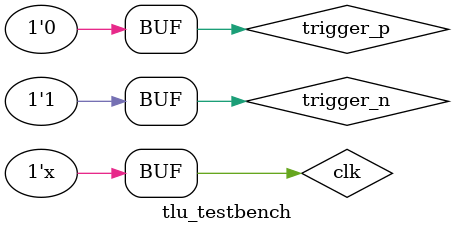
<source format=v>
`timescale 1ns / 1ps


module tlu_testbench(

    );
    
    reg clk;
    reg trigger_p,trigger_n;
    reg busy_p,trigger_clk_p;
    reg trigger_valid,cnt_valid;
    reg [15:0] cnt;
    
    initial
    begin
        clk = 1'b0;
        trigger_p = 1'b0;
        trigger_n = 1'b1;
        #1000
        trigger_p = 1'b1;
        trigger_n = 1'b0;
        #2000
        trigger_p = 1'b0;
        trigger_n = 1'b1;
    end
    
    always #100 clk = ~clk;
    
    tlu_handshake tlu_handshake_inst (
        .CLK(clk),
        .RST_SYS(1'b0),
        .TRIGGER_p(trigger_p),
        .TRIGGER_n(trigger_n),
        .RESET_p(1'b0),
        .RESET_n(1'b1),
        .BUSY_p(busy_p),
        .BUSY_n(),
        .TRIGGER_CLOCK_p(trigger_clk_p),
        .TRIGGER_CLOCK_n(),
        .TRIGGER_VALID(trigger_valid),
        .TRIGGER_CNT_VALID(cnt_valid),
        .TRIGGER_CNT(cnt)
        );       
    
endmodule

</source>
